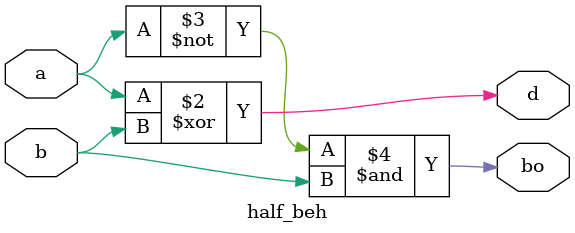
<source format=v>
module half_beh(
    input a ,
    input b ,
    output reg d , 
    output reg bo  
);

always @(*)begin
    d = a^b;
    bo = (~a)&b;
end
endmodule
</source>
